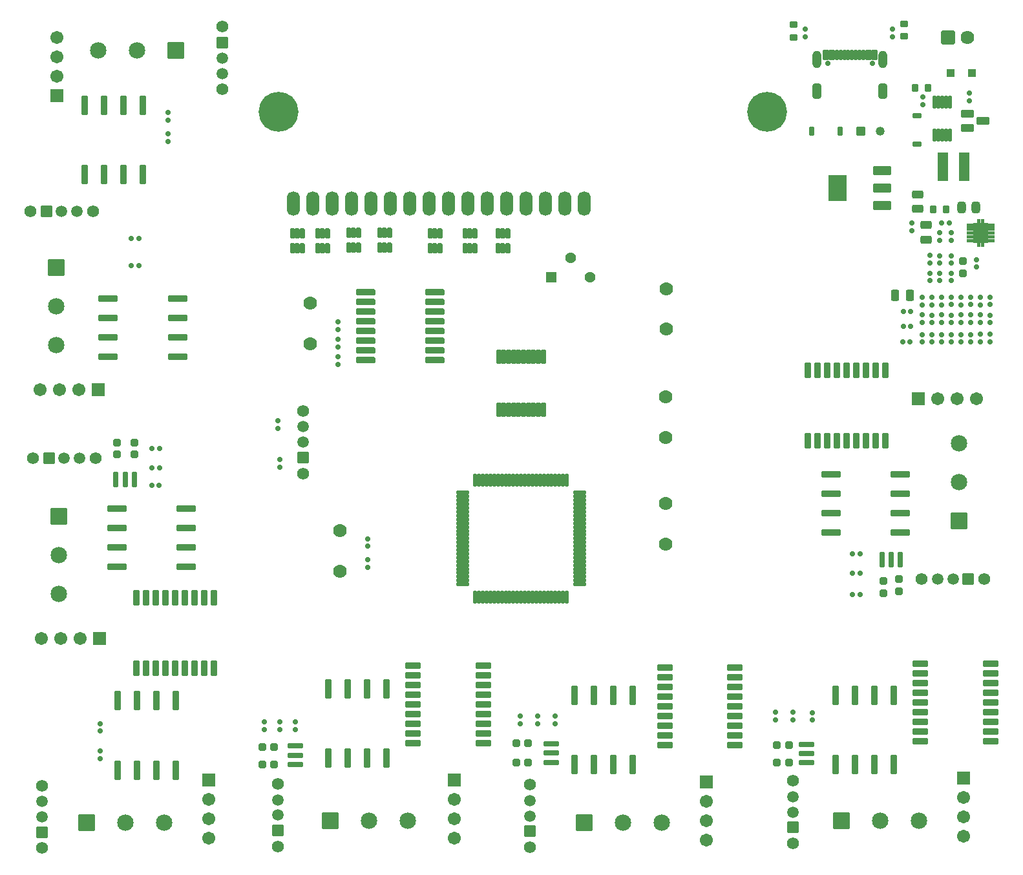
<source format=gbr>
%TF.GenerationSoftware,KiCad,Pcbnew,7.0.7*%
%TF.CreationDate,2024-05-23T09:45:08-07:00*%
%TF.ProjectId,Motor Programmer Rev. 2,4d6f746f-7220-4507-926f-6772616d6d65,rev?*%
%TF.SameCoordinates,Original*%
%TF.FileFunction,Soldermask,Top*%
%TF.FilePolarity,Negative*%
%FSLAX46Y46*%
G04 Gerber Fmt 4.6, Leading zero omitted, Abs format (unit mm)*
G04 Created by KiCad (PCBNEW 7.0.7) date 2024-05-23 09:45:08*
%MOMM*%
%LPD*%
G01*
G04 APERTURE LIST*
G04 Aperture macros list*
%AMRoundRect*
0 Rectangle with rounded corners*
0 $1 Rounding radius*
0 $2 $3 $4 $5 $6 $7 $8 $9 X,Y pos of 4 corners*
0 Add a 4 corners polygon primitive as box body*
4,1,4,$2,$3,$4,$5,$6,$7,$8,$9,$2,$3,0*
0 Add four circle primitives for the rounded corners*
1,1,$1+$1,$2,$3*
1,1,$1+$1,$4,$5*
1,1,$1+$1,$6,$7*
1,1,$1+$1,$8,$9*
0 Add four rect primitives between the rounded corners*
20,1,$1+$1,$2,$3,$4,$5,0*
20,1,$1+$1,$4,$5,$6,$7,0*
20,1,$1+$1,$6,$7,$8,$9,0*
20,1,$1+$1,$8,$9,$2,$3,0*%
G04 Aperture macros list end*
%ADD10C,0.010000*%
%ADD11RoundRect,0.178000X0.170000X-0.140000X0.170000X0.140000X-0.170000X0.140000X-0.170000X-0.140000X0*%
%ADD12RoundRect,0.152000X0.150000X-0.545000X0.150000X0.545000X-0.150000X0.545000X-0.150000X-0.545000X0*%
%ADD13RoundRect,0.102000X1.075000X-0.500000X1.075000X0.500000X-1.075000X0.500000X-1.075000X-0.500000X0*%
%ADD14RoundRect,0.102000X1.075000X-1.625000X1.075000X1.625000X-1.075000X1.625000X-1.075000X-1.625000X0*%
%ADD15RoundRect,0.173000X-0.135000X-0.185000X0.135000X-0.185000X0.135000X0.185000X-0.135000X0.185000X0*%
%ADD16RoundRect,0.178000X0.140000X0.170000X-0.140000X0.170000X-0.140000X-0.170000X0.140000X-0.170000X0*%
%ADD17RoundRect,0.263000X-0.250000X0.225000X-0.250000X-0.225000X0.250000X-0.225000X0.250000X0.225000X0*%
%ADD18RoundRect,0.102000X0.754000X-0.754000X0.754000X0.754000X-0.754000X0.754000X-0.754000X-0.754000X0*%
%ADD19C,1.712000*%
%ADD20RoundRect,0.238000X-0.200000X-0.275000X0.200000X-0.275000X0.200000X0.275000X-0.200000X0.275000X0*%
%ADD21RoundRect,0.178000X-0.170000X0.140000X-0.170000X-0.140000X0.170000X-0.140000X0.170000X0.140000X0*%
%ADD22RoundRect,0.130800X-0.211200X0.821200X-0.211200X-0.821200X0.211200X-0.821200X0.211200X0.821200X0*%
%ADD23RoundRect,0.177000X-0.880000X-0.225000X0.880000X-0.225000X0.880000X0.225000X-0.880000X0.225000X0*%
%ADD24RoundRect,0.153200X0.268800X-1.118800X0.268800X1.118800X-0.268800X1.118800X-0.268800X-1.118800X0*%
%ADD25RoundRect,0.178000X-0.140000X-0.170000X0.140000X-0.170000X0.140000X0.170000X-0.140000X0.170000X0*%
%ADD26RoundRect,0.263000X0.225000X0.250000X-0.225000X0.250000X-0.225000X-0.250000X0.225000X-0.250000X0*%
%ADD27RoundRect,0.102000X-0.975000X-0.975000X0.975000X-0.975000X0.975000X0.975000X-0.975000X0.975000X0*%
%ADD28C,2.154000*%
%ADD29RoundRect,0.153200X-0.268800X1.118800X-0.268800X-1.118800X0.268800X-1.118800X0.268800X1.118800X0*%
%ADD30RoundRect,0.177000X0.225000X-0.880000X0.225000X0.880000X-0.225000X0.880000X-0.225000X-0.880000X0*%
%ADD31RoundRect,0.038000X0.520700X-0.292100X0.520700X0.292100X-0.520700X0.292100X-0.520700X-0.292100X0*%
%ADD32RoundRect,0.288000X0.250000X0.475000X-0.250000X0.475000X-0.250000X-0.475000X0.250000X-0.475000X0*%
%ADD33RoundRect,0.038000X-0.501650X-0.495300X0.501650X-0.495300X0.501650X0.495300X-0.501650X0.495300X0*%
%ADD34C,1.777800*%
%ADD35RoundRect,0.137000X-0.105000X0.700000X-0.105000X-0.700000X0.105000X-0.700000X0.105000X0.700000X0*%
%ADD36RoundRect,0.173000X0.135000X0.185000X-0.135000X0.185000X-0.135000X-0.185000X0.135000X-0.185000X0*%
%ADD37RoundRect,0.038000X-0.800100X0.431800X-0.800100X-0.431800X0.800100X-0.431800X0.800100X0.431800X0*%
%ADD38RoundRect,0.102000X-0.950000X0.200000X-0.950000X-0.200000X0.950000X-0.200000X0.950000X0.200000X0*%
%ADD39RoundRect,0.102000X0.200000X0.950000X-0.200000X0.950000X-0.200000X-0.950000X0.200000X-0.950000X0*%
%ADD40C,1.576000*%
%ADD41RoundRect,0.102000X0.654000X-0.654000X0.654000X0.654000X-0.654000X0.654000X-0.654000X-0.654000X0*%
%ADD42C,1.512000*%
%ADD43RoundRect,0.288000X-0.475000X0.250000X-0.475000X-0.250000X0.475000X-0.250000X0.475000X0.250000X0*%
%ADD44RoundRect,0.102000X-0.492500X-0.492500X0.492500X-0.492500X0.492500X0.492500X-0.492500X0.492500X0*%
%ADD45C,1.189000*%
%ADD46RoundRect,0.102000X-0.975000X0.975000X-0.975000X-0.975000X0.975000X-0.975000X0.975000X0.975000X0*%
%ADD47RoundRect,0.173000X-0.185000X0.135000X-0.185000X-0.135000X0.185000X-0.135000X0.185000X0.135000X0*%
%ADD48RoundRect,0.173000X0.185000X-0.135000X0.185000X0.135000X-0.185000X0.135000X-0.185000X-0.135000X0*%
%ADD49RoundRect,0.102000X-0.200000X-0.950000X0.200000X-0.950000X0.200000X0.950000X-0.200000X0.950000X0*%
%ADD50RoundRect,0.102000X1.143000X0.279400X-1.143000X0.279400X-1.143000X-0.279400X1.143000X-0.279400X0*%
%ADD51RoundRect,0.263000X0.250000X-0.225000X0.250000X0.225000X-0.250000X0.225000X-0.250000X-0.225000X0*%
%ADD52RoundRect,0.102000X-0.611000X-0.611000X0.611000X-0.611000X0.611000X0.611000X-0.611000X0.611000X0*%
%ADD53C,1.426000*%
%ADD54RoundRect,0.153200X1.118800X0.268800X-1.118800X0.268800X-1.118800X-0.268800X1.118800X-0.268800X0*%
%ADD55RoundRect,0.288000X0.475000X-0.250000X0.475000X0.250000X-0.475000X0.250000X-0.475000X-0.250000X0*%
%ADD56RoundRect,0.102000X0.754000X0.754000X-0.754000X0.754000X-0.754000X-0.754000X0.754000X-0.754000X0*%
%ADD57RoundRect,0.288000X-0.262500X-0.450000X0.262500X-0.450000X0.262500X0.450000X-0.262500X0.450000X0*%
%ADD58RoundRect,0.137000X-0.745000X-0.105000X0.745000X-0.105000X0.745000X0.105000X-0.745000X0.105000X0*%
%ADD59RoundRect,0.137000X0.105000X-0.745000X0.105000X0.745000X-0.105000X0.745000X-0.105000X-0.745000X0*%
%ADD60C,0.726000*%
%ADD61RoundRect,0.102000X-0.300000X-0.575000X0.300000X-0.575000X0.300000X0.575000X-0.300000X0.575000X0*%
%ADD62RoundRect,0.102000X-0.150000X-0.575000X0.150000X-0.575000X0.150000X0.575000X-0.150000X0.575000X0*%
%ADD63O,1.204000X2.304000*%
%ADD64RoundRect,0.352000X-0.250000X-0.650000X0.250000X-0.650000X0.250000X0.650000X-0.250000X0.650000X0*%
%ADD65RoundRect,0.102000X-0.754000X0.754000X-0.754000X-0.754000X0.754000X-0.754000X0.754000X0.754000X0*%
%ADD66RoundRect,0.102000X-0.754000X-0.754000X0.754000X-0.754000X0.754000X0.754000X-0.754000X0.754000X0*%
%ADD67RoundRect,0.238000X0.275000X-0.200000X0.275000X0.200000X-0.275000X0.200000X-0.275000X-0.200000X0*%
%ADD68RoundRect,0.102000X0.654000X0.654000X-0.654000X0.654000X-0.654000X-0.654000X0.654000X-0.654000X0*%
%ADD69RoundRect,0.038000X0.596900X1.854200X-0.596900X1.854200X-0.596900X-1.854200X0.596900X-1.854200X0*%
%ADD70RoundRect,0.038000X0.292100X0.520700X-0.292100X0.520700X-0.292100X-0.520700X0.292100X-0.520700X0*%
%ADD71RoundRect,0.102000X-0.654000X0.654000X-0.654000X-0.654000X0.654000X-0.654000X0.654000X0.654000X0*%
%ADD72RoundRect,0.102000X0.787500X0.787500X-0.787500X0.787500X-0.787500X-0.787500X0.787500X-0.787500X0*%
%ADD73C,1.779000*%
%ADD74RoundRect,0.177000X-0.225000X0.880000X-0.225000X-0.880000X0.225000X-0.880000X0.225000X0.880000X0*%
%ADD75RoundRect,0.102000X0.975000X-0.975000X0.975000X0.975000X-0.975000X0.975000X-0.975000X-0.975000X0*%
%ADD76RoundRect,0.102000X-0.654000X-0.654000X0.654000X-0.654000X0.654000X0.654000X-0.654000X0.654000X0*%
%ADD77RoundRect,0.102000X0.975000X0.975000X-0.975000X0.975000X-0.975000X-0.975000X0.975000X-0.975000X0*%
%ADD78RoundRect,0.238000X-0.275000X0.200000X-0.275000X-0.200000X0.275000X-0.200000X0.275000X0.200000X0*%
%ADD79RoundRect,0.238000X0.200000X0.275000X-0.200000X0.275000X-0.200000X-0.275000X0.200000X-0.275000X0*%
%ADD80RoundRect,0.153200X-1.118800X-0.268800X1.118800X-0.268800X1.118800X0.268800X-1.118800X0.268800X0*%
%ADD81O,1.712000X3.220000*%
%ADD82C,5.220000*%
G04 APERTURE END LIST*
%TO.C,U12*%
D10*
X202586800Y-61176800D02*
X201846800Y-61176800D01*
X201846800Y-60796800D01*
X202586800Y-60796800D01*
X202586800Y-61176800D01*
G36*
X202586800Y-61176800D02*
G01*
X201846800Y-61176800D01*
X201846800Y-60796800D01*
X202586800Y-60796800D01*
X202586800Y-61176800D01*
G37*
X202586800Y-61676800D02*
X201846800Y-61676800D01*
X201846800Y-61296800D01*
X202586800Y-61296800D01*
X202586800Y-61676800D01*
G36*
X202586800Y-61676800D02*
G01*
X201846800Y-61676800D01*
X201846800Y-61296800D01*
X202586800Y-61296800D01*
X202586800Y-61676800D01*
G37*
X202586800Y-62176800D02*
X201846800Y-62176800D01*
X201846800Y-61796800D01*
X202586800Y-61796800D01*
X202586800Y-62176800D01*
G36*
X202586800Y-62176800D02*
G01*
X201846800Y-62176800D01*
X201846800Y-61796800D01*
X202586800Y-61796800D01*
X202586800Y-62176800D01*
G37*
X202586800Y-62676800D02*
X201846800Y-62676800D01*
X201846800Y-62296800D01*
X202586800Y-62296800D01*
X202586800Y-62676800D01*
G36*
X202586800Y-62676800D02*
G01*
X201846800Y-62676800D01*
X201846800Y-62296800D01*
X202586800Y-62296800D01*
X202586800Y-62676800D01*
G37*
X202586800Y-63176800D02*
X201846800Y-63176800D01*
X201846800Y-62796800D01*
X202586800Y-62796800D01*
X202586800Y-63176800D01*
G36*
X202586800Y-63176800D02*
G01*
X201846800Y-63176800D01*
X201846800Y-62796800D01*
X202586800Y-62796800D01*
X202586800Y-63176800D01*
G37*
X205386800Y-61176800D02*
X204646800Y-61176800D01*
X204646800Y-60796800D01*
X205386800Y-60796800D01*
X205386800Y-61176800D01*
G36*
X205386800Y-61176800D02*
G01*
X204646800Y-61176800D01*
X204646800Y-60796800D01*
X205386800Y-60796800D01*
X205386800Y-61176800D01*
G37*
X205386800Y-61676800D02*
X204646800Y-61676800D01*
X204646800Y-61296800D01*
X205386800Y-61296800D01*
X205386800Y-61676800D01*
G36*
X205386800Y-61676800D02*
G01*
X204646800Y-61676800D01*
X204646800Y-61296800D01*
X205386800Y-61296800D01*
X205386800Y-61676800D01*
G37*
X205386800Y-62176800D02*
X204646800Y-62176800D01*
X204646800Y-61796800D01*
X205386800Y-61796800D01*
X205386800Y-62176800D01*
G36*
X205386800Y-62176800D02*
G01*
X204646800Y-62176800D01*
X204646800Y-61796800D01*
X205386800Y-61796800D01*
X205386800Y-62176800D01*
G37*
X205386800Y-62676800D02*
X204646800Y-62676800D01*
X204646800Y-62296800D01*
X205386800Y-62296800D01*
X205386800Y-62676800D01*
G36*
X205386800Y-62676800D02*
G01*
X204646800Y-62676800D01*
X204646800Y-62296800D01*
X205386800Y-62296800D01*
X205386800Y-62676800D01*
G37*
X205386800Y-63176800D02*
X204646800Y-63176800D01*
X204646800Y-62796800D01*
X205386800Y-62796800D01*
X205386800Y-63176800D01*
G36*
X205386800Y-63176800D02*
G01*
X204646800Y-63176800D01*
X204646800Y-62796800D01*
X205386800Y-62796800D01*
X205386800Y-63176800D01*
G37*
X203561800Y-60716800D02*
X203671800Y-60716800D01*
X203671800Y-60216800D01*
X204061800Y-60216800D01*
X204061800Y-60716800D01*
X204511800Y-60716800D01*
X204511800Y-63256800D01*
X204061800Y-63256800D01*
X204061800Y-63756800D01*
X203671800Y-63756800D01*
X203671800Y-63256800D01*
X203561800Y-63256800D01*
X203561800Y-63756800D01*
X203171800Y-63756800D01*
X203171800Y-63256800D01*
X202721800Y-63256800D01*
X202721800Y-60716800D01*
X203171800Y-60716800D01*
X203171800Y-60216800D01*
X203561800Y-60216800D01*
X203561800Y-60716800D01*
G36*
X203561800Y-60716800D02*
G01*
X203671800Y-60716800D01*
X203671800Y-60216800D01*
X204061800Y-60216800D01*
X204061800Y-60716800D01*
X204511800Y-60716800D01*
X204511800Y-63256800D01*
X204061800Y-63256800D01*
X204061800Y-63756800D01*
X203671800Y-63756800D01*
X203671800Y-63256800D01*
X203561800Y-63256800D01*
X203561800Y-63756800D01*
X203171800Y-63756800D01*
X203171800Y-63256800D01*
X202721800Y-63256800D01*
X202721800Y-60716800D01*
X203171800Y-60716800D01*
X203171800Y-60216800D01*
X203561800Y-60216800D01*
X203561800Y-60716800D01*
G37*
%TD*%
D11*
%TO.C,C58*%
X204910000Y-76272000D03*
X204910000Y-75312000D03*
%TD*%
%TO.C,C38*%
X198560000Y-73732000D03*
X198560000Y-72772000D03*
%TD*%
D12*
%TO.C,U27*%
X140427800Y-63970800D03*
X141077800Y-63970800D03*
X141727800Y-63970800D03*
X141727800Y-62050800D03*
X141077800Y-62050800D03*
X140427800Y-62050800D03*
%TD*%
D11*
%TO.C,C43*%
X196020000Y-71446000D03*
X196020000Y-70486000D03*
%TD*%
D13*
%TO.C,U3*%
X190713800Y-58452800D03*
X190713800Y-56152800D03*
X190713800Y-53852800D03*
D14*
X184913800Y-56152800D03*
%TD*%
D15*
%TO.C,R22*%
X186835800Y-106633800D03*
X187855800Y-106633800D03*
%TD*%
D16*
%TO.C,C21*%
X199524800Y-60716800D03*
X198564800Y-60716800D03*
%TD*%
D11*
%TO.C,C49*%
X147888000Y-126309000D03*
X147888000Y-125349000D03*
%TD*%
D17*
%TO.C,C37*%
X192933800Y-107382800D03*
X192933800Y-108932800D03*
%TD*%
D18*
%TO.C,PS4*%
X82644900Y-44009900D03*
D19*
X82644900Y-41469900D03*
X82644900Y-38929900D03*
X82644900Y-36389900D03*
%TD*%
D20*
%TO.C,R11*%
X197457800Y-58938800D03*
X199107800Y-58938800D03*
%TD*%
D21*
%TO.C,C1*%
X194671800Y-60752800D03*
X194671800Y-61712800D03*
%TD*%
D22*
%TO.C,U8*%
X146358800Y-78277200D03*
X145708800Y-78277200D03*
X145058800Y-78277200D03*
X144408800Y-78277200D03*
X143758800Y-78277200D03*
X143108800Y-78277200D03*
X142458800Y-78277200D03*
X141808800Y-78277200D03*
X141158800Y-78277200D03*
X140508800Y-78277200D03*
X140508800Y-85197200D03*
X141158800Y-85197200D03*
X141808800Y-85197200D03*
X142458800Y-85197200D03*
X143108800Y-85197200D03*
X143758800Y-85197200D03*
X144408800Y-85197200D03*
X145058800Y-85197200D03*
X145708800Y-85197200D03*
X146358800Y-85197200D03*
%TD*%
D23*
%TO.C,U25*%
X162260000Y-118999000D03*
X162260000Y-120269000D03*
X162260000Y-121539000D03*
X162260000Y-122809000D03*
X162260000Y-124079000D03*
X162260000Y-125349000D03*
X162260000Y-126619000D03*
X162260000Y-127889000D03*
X162260000Y-129159000D03*
X171480000Y-129159000D03*
X171480000Y-127889000D03*
X171480000Y-126619000D03*
X171480000Y-125349000D03*
X171480000Y-124079000D03*
X171480000Y-122809000D03*
X171480000Y-121539000D03*
X171480000Y-120269000D03*
X171480000Y-118999000D03*
%TD*%
D24*
%TO.C,U18*%
X86228900Y-54346900D03*
X88768900Y-54346900D03*
X91308900Y-54346900D03*
X93848900Y-54346900D03*
X93848900Y-45276900D03*
X91308900Y-45276900D03*
X88768900Y-45276900D03*
X86228900Y-45276900D03*
%TD*%
D25*
%TO.C,C34*%
X95081400Y-95059200D03*
X96041400Y-95059200D03*
%TD*%
D26*
%TO.C,C46*%
X144345000Y-128905000D03*
X142795000Y-128905000D03*
%TD*%
D27*
%TO.C,J10*%
X118410600Y-139014200D03*
D28*
X123490600Y-139014200D03*
X128570600Y-139014200D03*
%TD*%
D29*
%TO.C,U26*%
X158048000Y-122629000D03*
X155508000Y-122629000D03*
X152968000Y-122629000D03*
X150428000Y-122629000D03*
X150428000Y-131699000D03*
X152968000Y-131699000D03*
X155508000Y-131699000D03*
X158048000Y-131699000D03*
%TD*%
D11*
%TO.C,C48*%
X203640000Y-73732000D03*
X203640000Y-72772000D03*
%TD*%
D30*
%TO.C,U21*%
X180995800Y-89213800D03*
X182265800Y-89213800D03*
X183535800Y-89213800D03*
X184805800Y-89213800D03*
X186075800Y-89213800D03*
X187345800Y-89213800D03*
X188615800Y-89213800D03*
X189885800Y-89213800D03*
X191155800Y-89213800D03*
X191155800Y-79993800D03*
X189885800Y-79993800D03*
X188615800Y-79993800D03*
X187345800Y-79993800D03*
X186075800Y-79993800D03*
X184805800Y-79993800D03*
X183535800Y-79993800D03*
X182265800Y-79993800D03*
X180995800Y-79993800D03*
%TD*%
D31*
%TO.C,CR1*%
X195306800Y-50374300D03*
X195306800Y-46691300D03*
%TD*%
D32*
%TO.C,C2*%
X194347600Y-70159800D03*
X192447600Y-70159800D03*
%TD*%
D21*
%TO.C,C6*%
X88274200Y-126328000D03*
X88274200Y-127288000D03*
%TD*%
D11*
%TO.C,C14*%
X201100000Y-73732000D03*
X201100000Y-72772000D03*
%TD*%
D26*
%TO.C,C41*%
X111057600Y-129362200D03*
X109507600Y-129362200D03*
%TD*%
%TO.C,C30*%
X178530800Y-129148200D03*
X176980800Y-129148200D03*
%TD*%
D21*
%TO.C,C12*%
X197290000Y-72800000D03*
X197290000Y-73760000D03*
%TD*%
D33*
%TO.C,LED1*%
X199732650Y-41040000D03*
X202539350Y-41040000D03*
%TD*%
D25*
%TO.C,C10*%
X193508000Y-74268000D03*
X194468000Y-74268000D03*
%TD*%
D11*
%TO.C,C33*%
X199830000Y-71418000D03*
X199830000Y-70458000D03*
%TD*%
D34*
%TO.C,U7*%
X162394550Y-102770200D03*
X162394550Y-97470200D03*
%TD*%
D35*
%TO.C,U14*%
X199608800Y-44858800D03*
X199108800Y-44858800D03*
X198608800Y-44858800D03*
X198108800Y-44858800D03*
X197608800Y-44858800D03*
X197608800Y-49158800D03*
X198108800Y-49158800D03*
X198608800Y-49158800D03*
X199108800Y-49158800D03*
X199608800Y-49158800D03*
%TD*%
D11*
%TO.C,C62*%
X198560000Y-76300000D03*
X198560000Y-75340000D03*
%TD*%
%TO.C,C23*%
X196068800Y-45202800D03*
X196068800Y-44242800D03*
%TD*%
D36*
%TO.C,R10*%
X96071400Y-92773200D03*
X95051400Y-92773200D03*
%TD*%
D12*
%TO.C,U28*%
X136109800Y-63970800D03*
X136759800Y-63970800D03*
X137409800Y-63970800D03*
X137409800Y-62050800D03*
X136759800Y-62050800D03*
X136109800Y-62050800D03*
%TD*%
D11*
%TO.C,C61*%
X199806800Y-62974800D03*
X199806800Y-62014800D03*
%TD*%
D36*
%TO.C,R23*%
X187855800Y-109427800D03*
X186835800Y-109427800D03*
%TD*%
D25*
%TO.C,C39*%
X186865800Y-104093800D03*
X187825800Y-104093800D03*
%TD*%
D37*
%TO.C,Q1*%
X201910800Y-46378798D03*
X201910800Y-48278800D03*
X203921800Y-47328799D03*
%TD*%
D38*
%TO.C,Y1*%
X180803800Y-129034200D03*
X180803800Y-130234200D03*
X180803800Y-131434200D03*
%TD*%
D11*
%TO.C,C60*%
X201100000Y-76300000D03*
X201100000Y-75340000D03*
%TD*%
D21*
%TO.C,C22*%
X202164800Y-43734800D03*
X202164800Y-44694800D03*
%TD*%
D11*
%TO.C,C64*%
X204910000Y-71418000D03*
X204910000Y-70458000D03*
%TD*%
D27*
%TO.C,J11*%
X151698000Y-139319000D03*
D28*
X156778000Y-139319000D03*
X161858000Y-139319000D03*
%TD*%
D39*
%TO.C,Y2*%
X92767400Y-94310200D03*
X91567400Y-94310200D03*
X90367400Y-94310200D03*
%TD*%
D40*
%TO.C,S4*%
X179025800Y-142004700D03*
X179025800Y-133804700D03*
D41*
X179025800Y-139904700D03*
D42*
X179025800Y-137904700D03*
X179025800Y-135904700D03*
%TD*%
D21*
%TO.C,C28*%
X198560000Y-70486000D03*
X198560000Y-71446000D03*
%TD*%
D40*
%TO.C,S2*%
X80654200Y-142620000D03*
X80654200Y-134420000D03*
D41*
X80654200Y-140520000D03*
D42*
X80654200Y-138520000D03*
X80654200Y-136520000D03*
%TD*%
D21*
%TO.C,C40*%
X197290000Y-70486000D03*
X197290000Y-71446000D03*
%TD*%
D15*
%TO.C,R3*%
X92360600Y-62728115D03*
X93380600Y-62728115D03*
%TD*%
D43*
%TO.C,C19*%
X196504800Y-60970800D03*
X196504800Y-62870800D03*
%TD*%
D44*
%TO.C,J12*%
X187967300Y-48648300D03*
D45*
X190507300Y-48648300D03*
%TD*%
D46*
%TO.C,J3*%
X82502100Y-66538115D03*
D28*
X82502100Y-71618115D03*
X82502100Y-76698115D03*
%TD*%
D47*
%TO.C,R1*%
X192131800Y-35322800D03*
X192131800Y-36342800D03*
%TD*%
D48*
%TO.C,R16*%
X123354000Y-105811000D03*
X123354000Y-104791000D03*
%TD*%
D38*
%TO.C,Y5*%
X147380000Y-128975000D03*
X147380000Y-130175000D03*
X147380000Y-131375000D03*
%TD*%
D49*
%TO.C,Y3*%
X190717800Y-104855800D03*
X191917800Y-104855800D03*
X193117800Y-104855800D03*
%TD*%
D50*
%TO.C,U9*%
X132137000Y-78631800D03*
X132137000Y-77361800D03*
X132137000Y-76091800D03*
X132137000Y-74821800D03*
X132137000Y-73551800D03*
X132137000Y-72281800D03*
X132137000Y-71011800D03*
X132137000Y-69741800D03*
X123094600Y-69741800D03*
X123094600Y-71011800D03*
X123094600Y-72281800D03*
X123094600Y-73551800D03*
X123094600Y-74821800D03*
X123094600Y-76091800D03*
X123094600Y-77361800D03*
X123094600Y-78631800D03*
%TD*%
D23*
%TO.C,U23*%
X129256600Y-118694200D03*
X129256600Y-119964200D03*
X129256600Y-121234200D03*
X129256600Y-122504200D03*
X129256600Y-123774200D03*
X129256600Y-125044200D03*
X129256600Y-126314200D03*
X129256600Y-127584200D03*
X129256600Y-128854200D03*
X138476600Y-128854200D03*
X138476600Y-127584200D03*
X138476600Y-126314200D03*
X138476600Y-125044200D03*
X138476600Y-123774200D03*
X138476600Y-122504200D03*
X138476600Y-121234200D03*
X138476600Y-119964200D03*
X138476600Y-118694200D03*
%TD*%
D40*
%TO.C,S9*%
X144586000Y-142523500D03*
X144586000Y-134323500D03*
D41*
X144586000Y-140423500D03*
D42*
X144586000Y-138423500D03*
X144586000Y-136423500D03*
%TD*%
D21*
%TO.C,C45*%
X196020000Y-72772000D03*
X196020000Y-73732000D03*
%TD*%
D11*
%TO.C,C54*%
X203640000Y-76272000D03*
X203640000Y-75312000D03*
%TD*%
D34*
%TO.C,U13*%
X115791850Y-71250000D03*
X115791850Y-76550000D03*
%TD*%
D51*
%TO.C,C31*%
X92767400Y-91021200D03*
X92767400Y-89471200D03*
%TD*%
D11*
%TO.C,C57*%
X198282800Y-65966800D03*
X198282800Y-65006800D03*
%TD*%
%TO.C,C16*%
X204910000Y-73760000D03*
X204910000Y-72800000D03*
%TD*%
D40*
%TO.C,S3*%
X114850000Y-93522500D03*
X114850000Y-85322500D03*
D41*
X114850000Y-91422500D03*
D42*
X114850000Y-89422500D03*
X114850000Y-87422500D03*
%TD*%
D21*
%TO.C,C44*%
X113838600Y-126088200D03*
X113838600Y-127048200D03*
%TD*%
D16*
%TO.C,C3*%
X93350600Y-66284115D03*
X92390600Y-66284115D03*
%TD*%
D21*
%TO.C,C51*%
X199830000Y-75340000D03*
X199830000Y-76300000D03*
%TD*%
D47*
%TO.C,R26*%
X145602000Y-125319000D03*
X145602000Y-126339000D03*
%TD*%
D52*
%TO.C,VR1*%
X147427800Y-67836800D03*
D53*
X149967800Y-65296800D03*
X152507800Y-67836800D03*
%TD*%
D54*
%TO.C,U1*%
X98421600Y-78222115D03*
X98421600Y-75682115D03*
X98421600Y-73142115D03*
X98421600Y-70602115D03*
X89351600Y-70602115D03*
X89351600Y-73142115D03*
X89351600Y-75682115D03*
X89351600Y-78222115D03*
%TD*%
D55*
%TO.C,C24*%
X195433800Y-58880800D03*
X195433800Y-56980800D03*
%TD*%
D56*
%TO.C,PS1*%
X88044600Y-82540115D03*
D19*
X85504600Y-82540115D03*
X82964600Y-82540115D03*
X80424600Y-82540115D03*
%TD*%
D40*
%TO.C,S8*%
X111552600Y-142384200D03*
X111552600Y-134184200D03*
D41*
X111552600Y-140284200D03*
D42*
X111552600Y-138284200D03*
X111552600Y-136284200D03*
%TD*%
D11*
%TO.C,C17*%
X203108800Y-66474800D03*
X203108800Y-65514800D03*
%TD*%
D47*
%TO.C,R2*%
X180701800Y-35322800D03*
X180701800Y-36342800D03*
%TD*%
D34*
%TO.C,U5*%
X162439150Y-74608200D03*
X162439150Y-69308200D03*
%TD*%
D29*
%TO.C,U2*%
X98180200Y-123317000D03*
X95640200Y-123317000D03*
X93100200Y-123317000D03*
X90560200Y-123317000D03*
X90560200Y-132387000D03*
X93100200Y-132387000D03*
X95640200Y-132387000D03*
X98180200Y-132387000D03*
%TD*%
D34*
%TO.C,U16*%
X119701850Y-101030000D03*
X119701850Y-106330000D03*
%TD*%
D48*
%TO.C,R7*%
X176739800Y-125848200D03*
X176739800Y-124828200D03*
%TD*%
D57*
%TO.C,R12*%
X201180300Y-58684800D03*
X203005300Y-58684800D03*
%TD*%
D11*
%TO.C,C15*%
X197012800Y-68280800D03*
X197012800Y-67320800D03*
%TD*%
D12*
%TO.C,U33*%
X113503800Y-63970800D03*
X114153800Y-63970800D03*
X114803800Y-63970800D03*
X114803800Y-62050800D03*
X114153800Y-62050800D03*
X113503800Y-62050800D03*
%TD*%
D25*
%TO.C,C18*%
X193425600Y-76281200D03*
X194385600Y-76281200D03*
%TD*%
D58*
%TO.C,U15*%
X135753800Y-96057200D03*
X135753800Y-96557200D03*
X135753800Y-97057200D03*
X135753800Y-97557200D03*
X135753800Y-98057200D03*
X135753800Y-98557200D03*
X135753800Y-99057200D03*
X135753800Y-99557200D03*
X135753800Y-100057200D03*
X135753800Y-100557200D03*
X135753800Y-101057200D03*
X135753800Y-101557200D03*
X135753800Y-102057200D03*
X135753800Y-102557200D03*
X135753800Y-103057200D03*
X135753800Y-103557200D03*
X135753800Y-104057200D03*
X135753800Y-104557200D03*
X135753800Y-105057200D03*
X135753800Y-105557200D03*
X135753800Y-106057200D03*
X135753800Y-106557200D03*
X135753800Y-107057200D03*
X135753800Y-107557200D03*
X135753800Y-108057200D03*
D59*
X137433800Y-109737200D03*
X137933800Y-109737200D03*
X138433800Y-109737200D03*
X138933800Y-109737200D03*
X139433800Y-109737200D03*
X139933800Y-109737200D03*
X140433800Y-109737200D03*
X140933800Y-109737200D03*
X141433800Y-109737200D03*
X141933800Y-109737200D03*
X142433800Y-109737200D03*
X142933800Y-109737200D03*
X143433800Y-109737200D03*
X143933800Y-109737200D03*
X144433800Y-109737200D03*
X144933800Y-109737200D03*
X145433800Y-109737200D03*
X145933800Y-109737200D03*
X146433800Y-109737200D03*
X146933800Y-109737200D03*
X147433800Y-109737200D03*
X147933800Y-109737200D03*
X148433800Y-109737200D03*
X148933800Y-109737200D03*
X149433800Y-109737200D03*
D58*
X151113800Y-108057200D03*
X151113800Y-107557200D03*
X151113800Y-107057200D03*
X151113800Y-106557200D03*
X151113800Y-106057200D03*
X151113800Y-105557200D03*
X151113800Y-105057200D03*
X151113800Y-104557200D03*
X151113800Y-104057200D03*
X151113800Y-103557200D03*
X151113800Y-103057200D03*
X151113800Y-102557200D03*
X151113800Y-102057200D03*
X151113800Y-101557200D03*
X151113800Y-101057200D03*
X151113800Y-100557200D03*
X151113800Y-100057200D03*
X151113800Y-99557200D03*
X151113800Y-99057200D03*
X151113800Y-98557200D03*
X151113800Y-98057200D03*
X151113800Y-97557200D03*
X151113800Y-97057200D03*
X151113800Y-96557200D03*
X151113800Y-96057200D03*
D59*
X149433800Y-94377200D03*
X148933800Y-94377200D03*
X148433800Y-94377200D03*
X147933800Y-94377200D03*
X147433800Y-94377200D03*
X146933800Y-94377200D03*
X146433800Y-94377200D03*
X145933800Y-94377200D03*
X145433800Y-94377200D03*
X144933800Y-94377200D03*
X144433800Y-94377200D03*
X143933800Y-94377200D03*
X143433800Y-94377200D03*
X142933800Y-94377200D03*
X142433800Y-94377200D03*
X141933800Y-94377200D03*
X141433800Y-94377200D03*
X140933800Y-94377200D03*
X140433800Y-94377200D03*
X139933800Y-94377200D03*
X139433800Y-94377200D03*
X138933800Y-94377200D03*
X138433800Y-94377200D03*
X137933800Y-94377200D03*
X137433800Y-94377200D03*
%TD*%
D29*
%TO.C,U24*%
X125776600Y-121742200D03*
X123236600Y-121742200D03*
X120696600Y-121742200D03*
X118156600Y-121742200D03*
X118156600Y-130812200D03*
X120696600Y-130812200D03*
X123236600Y-130812200D03*
X125776600Y-130812200D03*
%TD*%
D60*
%TO.C,J1*%
X183653800Y-39772800D03*
X189433800Y-39772800D03*
D61*
X183343800Y-38697800D03*
X184143800Y-38697800D03*
D62*
X185293800Y-38697800D03*
X186293800Y-38697800D03*
X186793800Y-38697800D03*
X187793800Y-38697800D03*
D61*
X189743800Y-38697800D03*
X188943800Y-38697800D03*
D62*
X188293800Y-38697800D03*
X187293800Y-38697800D03*
X185793800Y-38697800D03*
X184793800Y-38697800D03*
D63*
X182223800Y-39272800D03*
X190863800Y-39272800D03*
D64*
X182223800Y-43452800D03*
X190863800Y-43452800D03*
%TD*%
D48*
%TO.C,R27*%
X143316000Y-126339000D03*
X143316000Y-125319000D03*
%TD*%
D25*
%TO.C,C9*%
X193508000Y-72298000D03*
X194468000Y-72298000D03*
%TD*%
D65*
%TO.C,PS7*%
X134666600Y-133680200D03*
D19*
X134666600Y-136220200D03*
X134666600Y-138760200D03*
X134666600Y-141300200D03*
%TD*%
D27*
%TO.C,J5*%
X86496200Y-139282000D03*
D28*
X91576200Y-139282000D03*
X96656200Y-139282000D03*
%TD*%
D23*
%TO.C,U17*%
X195751800Y-118480200D03*
X195751800Y-119750200D03*
X195751800Y-121020200D03*
X195751800Y-122290200D03*
X195751800Y-123560200D03*
X195751800Y-124830200D03*
X195751800Y-126100200D03*
X195751800Y-127370200D03*
X195751800Y-128640200D03*
X204971800Y-128640200D03*
X204971800Y-127370200D03*
X204971800Y-126100200D03*
X204971800Y-124830200D03*
X204971800Y-123560200D03*
X204971800Y-122290200D03*
X204971800Y-121020200D03*
X204971800Y-119750200D03*
X204971800Y-118480200D03*
%TD*%
D27*
%TO.C,J6*%
X185375800Y-139008700D03*
D28*
X190455800Y-139008700D03*
X195535800Y-139008700D03*
%TD*%
D21*
%TO.C,C50*%
X199830000Y-72800000D03*
X199830000Y-73760000D03*
%TD*%
D12*
%TO.C,U32*%
X120869800Y-63914800D03*
X121519800Y-63914800D03*
X122169800Y-63914800D03*
X122169800Y-61994800D03*
X121519800Y-61994800D03*
X120869800Y-61994800D03*
%TD*%
D66*
%TO.C,PS6*%
X195473800Y-83773800D03*
D19*
X198013800Y-83773800D03*
X200553800Y-83773800D03*
X203093800Y-83773800D03*
%TD*%
D21*
%TO.C,C35*%
X201100000Y-70486000D03*
X201100000Y-71446000D03*
%TD*%
D11*
%TO.C,C56*%
X202370000Y-76300000D03*
X202370000Y-75340000D03*
%TD*%
D46*
%TO.C,J8*%
X82861400Y-99136200D03*
D28*
X82861400Y-104216200D03*
X82861400Y-109296200D03*
%TD*%
D12*
%TO.C,U29*%
X131537800Y-63970800D03*
X132187800Y-63970800D03*
X132837800Y-63970800D03*
X132837800Y-62050800D03*
X132187800Y-62050800D03*
X131537800Y-62050800D03*
%TD*%
D26*
%TO.C,C47*%
X144345000Y-131445000D03*
X142795000Y-131445000D03*
%TD*%
D11*
%TO.C,C8*%
X181565800Y-125818200D03*
X181565800Y-124858200D03*
%TD*%
D47*
%TO.C,R24*%
X111806600Y-126058200D03*
X111806600Y-127078200D03*
%TD*%
D12*
%TO.C,U31*%
X124933800Y-63914800D03*
X125583800Y-63914800D03*
X126233800Y-63914800D03*
X126233800Y-61994800D03*
X125583800Y-61994800D03*
X124933800Y-61994800D03*
%TD*%
D11*
%TO.C,C52*%
X198282800Y-68280800D03*
X198282800Y-67320800D03*
%TD*%
D48*
%TO.C,R20*%
X119487800Y-74696800D03*
X119487800Y-73676800D03*
%TD*%
D21*
%TO.C,C27*%
X197290000Y-75340000D03*
X197290000Y-76300000D03*
%TD*%
D11*
%TO.C,C11*%
X97150900Y-47215900D03*
X97150900Y-46255900D03*
%TD*%
D48*
%TO.C,R19*%
X119487800Y-79268800D03*
X119487800Y-78248800D03*
%TD*%
D15*
%TO.C,R21*%
X95051400Y-90233200D03*
X96071400Y-90233200D03*
%TD*%
D51*
%TO.C,C32*%
X90481400Y-91021200D03*
X90481400Y-89471200D03*
%TD*%
D17*
%TO.C,C36*%
X190901800Y-107636800D03*
X190901800Y-109186800D03*
%TD*%
D47*
%TO.C,R9*%
X179025800Y-124828200D03*
X179025800Y-125848200D03*
%TD*%
D38*
%TO.C,Y4*%
X113838600Y-129248200D03*
X113838600Y-130448200D03*
X113838600Y-131648200D03*
%TD*%
D11*
%TO.C,C25*%
X123379400Y-103037800D03*
X123379400Y-102077800D03*
%TD*%
D65*
%TO.C,PS2*%
X102498200Y-133694000D03*
D19*
X102498200Y-136234000D03*
X102498200Y-138774000D03*
X102498200Y-141314000D03*
%TD*%
D67*
%TO.C,R4*%
X179177800Y-36403800D03*
X179177800Y-34753800D03*
%TD*%
D40*
%TO.C,S7*%
X204145800Y-107395800D03*
X195945800Y-107395800D03*
D68*
X202045800Y-107395800D03*
D42*
X200045800Y-107395800D03*
X198045800Y-107395800D03*
%TD*%
D11*
%TO.C,C55*%
X197012800Y-65938800D03*
X197012800Y-64978800D03*
%TD*%
D21*
%TO.C,C5*%
X202370000Y-70458000D03*
X202370000Y-71418000D03*
%TD*%
D48*
%TO.C,R25*%
X109774600Y-127078200D03*
X109774600Y-126058200D03*
%TD*%
D11*
%TO.C,C53*%
X199806800Y-68280800D03*
X199806800Y-67320800D03*
%TD*%
%TO.C,C26*%
X111548000Y-87616500D03*
X111548000Y-86656500D03*
%TD*%
D69*
%TO.C,L1*%
X201529800Y-53358800D03*
X198735800Y-53358800D03*
%TD*%
D48*
%TO.C,R6*%
X88274200Y-130902000D03*
X88274200Y-129882000D03*
%TD*%
D70*
%TO.C,CR2*%
X185236800Y-48648300D03*
X181553800Y-48648300D03*
%TD*%
D26*
%TO.C,C42*%
X111057600Y-131648200D03*
X109507600Y-131648200D03*
%TD*%
D40*
%TO.C,S5*%
X104262900Y-35011900D03*
X104262900Y-43211900D03*
D71*
X104262900Y-37111900D03*
D42*
X104262900Y-39111900D03*
X104262900Y-41111900D03*
%TD*%
D12*
%TO.C,U30*%
X116805800Y-63970800D03*
X117455800Y-63970800D03*
X118105800Y-63970800D03*
X118105800Y-62050800D03*
X117455800Y-62050800D03*
X116805800Y-62050800D03*
%TD*%
D72*
%TO.C,J4*%
X199390000Y-36449000D03*
D73*
X201890000Y-36449000D03*
%TD*%
D47*
%TO.C,R17*%
X111802000Y-91706500D03*
X111802000Y-92726500D03*
%TD*%
D74*
%TO.C,U19*%
X103181400Y-109804200D03*
X101911400Y-109804200D03*
X100641400Y-109804200D03*
X99371400Y-109804200D03*
X98101400Y-109804200D03*
X96831400Y-109804200D03*
X95561400Y-109804200D03*
X94291400Y-109804200D03*
X93021400Y-109804200D03*
X93021400Y-119024200D03*
X94291400Y-119024200D03*
X95561400Y-119024200D03*
X96831400Y-119024200D03*
X98101400Y-119024200D03*
X99371400Y-119024200D03*
X100641400Y-119024200D03*
X101911400Y-119024200D03*
X103181400Y-119024200D03*
%TD*%
D21*
%TO.C,C7*%
X202370000Y-72772000D03*
X202370000Y-73732000D03*
%TD*%
D75*
%TO.C,J9*%
X200807800Y-99775800D03*
D28*
X200807800Y-94695800D03*
X200807800Y-89615800D03*
%TD*%
D40*
%TO.C,S6*%
X79491400Y-91516200D03*
X87691400Y-91516200D03*
D76*
X81591400Y-91516200D03*
D42*
X83591400Y-91516200D03*
X85591400Y-91516200D03*
%TD*%
D54*
%TO.C,U20*%
X99588400Y-105740200D03*
X99588400Y-103200200D03*
X99588400Y-100660200D03*
X99588400Y-98120200D03*
X90518400Y-98120200D03*
X90518400Y-100660200D03*
X90518400Y-103200200D03*
X90518400Y-105740200D03*
%TD*%
D77*
%TO.C,J7*%
X98166900Y-38127900D03*
D28*
X93086900Y-38127900D03*
X88006900Y-38127900D03*
%TD*%
D34*
%TO.C,U6*%
X162394550Y-88800200D03*
X162394550Y-83500200D03*
%TD*%
D21*
%TO.C,C29*%
X203640000Y-70486000D03*
X203640000Y-71446000D03*
%TD*%
D26*
%TO.C,C13*%
X178530800Y-131434200D03*
X176980800Y-131434200D03*
%TD*%
D65*
%TO.C,PS8*%
X167728000Y-133945000D03*
D19*
X167728000Y-136485000D03*
X167728000Y-139025000D03*
X167728000Y-141565000D03*
%TD*%
D11*
%TO.C,C59*%
X198282800Y-62974800D03*
X198282800Y-62014800D03*
%TD*%
D40*
%TO.C,S1*%
X79154600Y-59172115D03*
X87354600Y-59172115D03*
D76*
X81254600Y-59172115D03*
D42*
X83254600Y-59172115D03*
X85254600Y-59172115D03*
%TD*%
D48*
%TO.C,R18*%
X119487800Y-76982800D03*
X119487800Y-75962800D03*
%TD*%
D56*
%TO.C,PS5*%
X88195400Y-115166200D03*
D19*
X85655400Y-115166200D03*
X83115400Y-115166200D03*
X80575400Y-115166200D03*
%TD*%
D78*
%TO.C,R5*%
X193655800Y-34615300D03*
X193655800Y-36265300D03*
%TD*%
D21*
%TO.C,C4*%
X196020000Y-75340000D03*
X196020000Y-76300000D03*
%TD*%
D79*
%TO.C,R13*%
X196745000Y-43010000D03*
X195095000Y-43010000D03*
%TD*%
D65*
%TO.C,PS3*%
X201405800Y-133426200D03*
D19*
X201405800Y-135966200D03*
X201405800Y-138506200D03*
X201405800Y-141046200D03*
%TD*%
D80*
%TO.C,U22*%
X184080800Y-93679800D03*
X184080800Y-96219800D03*
X184080800Y-98759800D03*
X184080800Y-101299800D03*
X193150800Y-101299800D03*
X193150800Y-98759800D03*
X193150800Y-96219800D03*
X193150800Y-93679800D03*
%TD*%
D17*
%TO.C,C20*%
X201330800Y-65727800D03*
X201330800Y-67277800D03*
%TD*%
D81*
%TO.C,J2*%
X146665800Y-58184800D03*
X144125800Y-58184800D03*
X141585800Y-58184800D03*
X139045800Y-58184800D03*
X136505800Y-58184800D03*
X133965800Y-58184800D03*
X131425800Y-58184800D03*
X128885800Y-58184800D03*
X126345800Y-58184800D03*
X123805800Y-58184800D03*
X121265800Y-58184800D03*
X118725800Y-58184800D03*
X116185800Y-58184800D03*
X113645800Y-58184800D03*
X151745800Y-58184800D03*
X149205800Y-58184800D03*
D82*
X175645800Y-46184800D03*
X111645800Y-46184800D03*
%TD*%
D47*
%TO.C,R8*%
X97150900Y-49047900D03*
X97150900Y-50067900D03*
%TD*%
D29*
%TO.C,U4*%
X192233800Y-122581200D03*
X189693800Y-122581200D03*
X187153800Y-122581200D03*
X184613800Y-122581200D03*
X184613800Y-131651200D03*
X187153800Y-131651200D03*
X189693800Y-131651200D03*
X192233800Y-131651200D03*
%TD*%
D11*
%TO.C,C63*%
X199806800Y-65966800D03*
X199806800Y-65006800D03*
%TD*%
M02*

</source>
